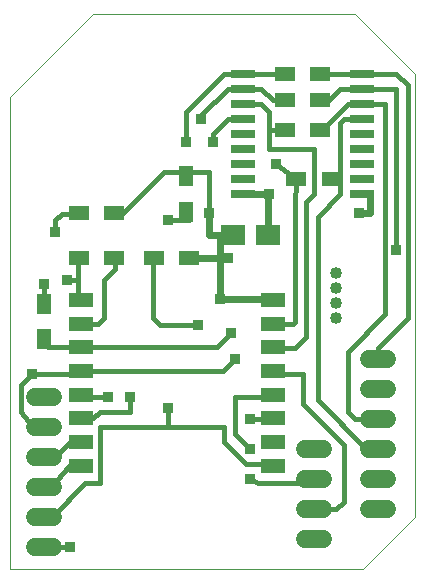
<source format=gtl>
G75*
%MOIN*%
%OFA0B0*%
%FSLAX25Y25*%
%IPPOS*%
%LPD*%
%AMOC8*
5,1,8,0,0,1.08239X$1,22.5*
%
%ADD10C,0.00000*%
%ADD11C,0.06000*%
%ADD12R,0.08000X0.02600*%
%ADD13R,0.07087X0.04724*%
%ADD14R,0.04724X0.07087*%
%ADD15R,0.07874X0.04724*%
%ADD16R,0.08465X0.07087*%
%ADD17C,0.04000*%
%ADD18C,0.02400*%
%ADD19C,0.01600*%
%ADD20R,0.03562X0.03562*%
D10*
X0002817Y0003271D02*
X0002817Y0160771D01*
X0030317Y0188271D01*
X0117817Y0188271D01*
X0137817Y0168271D01*
X0137817Y0020771D01*
X0120317Y0003271D01*
X0002817Y0003271D01*
D11*
X0011167Y0010771D02*
X0017167Y0010771D01*
X0017167Y0020771D02*
X0011167Y0020771D01*
X0011167Y0030771D02*
X0017167Y0030771D01*
X0017167Y0040771D02*
X0011167Y0040771D01*
X0011167Y0050771D02*
X0017167Y0050771D01*
X0017167Y0060771D02*
X0011167Y0060771D01*
X0101067Y0043271D02*
X0107067Y0043271D01*
X0107067Y0033271D02*
X0101067Y0033271D01*
X0101067Y0023271D02*
X0107067Y0023271D01*
X0107067Y0013271D02*
X0101067Y0013271D01*
X0122317Y0023271D02*
X0128317Y0023271D01*
X0128317Y0033271D02*
X0122317Y0033271D01*
X0122317Y0043271D02*
X0128317Y0043271D01*
X0128317Y0053271D02*
X0122317Y0053271D01*
X0122317Y0063271D02*
X0128317Y0063271D01*
X0128317Y0073271D02*
X0122317Y0073271D01*
D12*
X0120117Y0128271D03*
X0120117Y0133271D03*
X0120117Y0138271D03*
X0120117Y0143271D03*
X0120117Y0148271D03*
X0120117Y0153271D03*
X0120117Y0158271D03*
X0120117Y0163271D03*
X0120117Y0168271D03*
X0080517Y0168271D03*
X0080517Y0163271D03*
X0080517Y0158271D03*
X0080517Y0153271D03*
X0080517Y0148271D03*
X0080517Y0143271D03*
X0080517Y0138271D03*
X0080517Y0133271D03*
X0080517Y0128271D03*
D13*
X0094415Y0149521D03*
X0094415Y0159521D03*
X0094415Y0168271D03*
X0106218Y0168271D03*
X0106218Y0159521D03*
X0106218Y0149521D03*
X0109968Y0133271D03*
X0098165Y0133271D03*
X0062468Y0107021D03*
X0050665Y0107021D03*
X0037468Y0107021D03*
X0025665Y0107021D03*
X0025665Y0122021D03*
X0037468Y0122021D03*
D14*
X0061567Y0122369D03*
X0061567Y0134172D03*
X0014067Y0091672D03*
X0014067Y0079869D03*
D15*
X0026537Y0077149D03*
X0026537Y0069275D03*
X0026537Y0061401D03*
X0026537Y0053526D03*
X0026537Y0045652D03*
X0026537Y0037778D03*
X0026537Y0085023D03*
X0026537Y0092897D03*
X0090317Y0092897D03*
X0090317Y0085023D03*
X0090317Y0077149D03*
X0090317Y0069275D03*
X0090317Y0061401D03*
X0090317Y0053526D03*
X0090317Y0045652D03*
X0090317Y0037778D03*
D16*
X0088664Y0114481D03*
X0077050Y0114481D03*
D17*
X0111567Y0102021D03*
X0111567Y0097021D03*
X0111567Y0092021D03*
X0111567Y0087021D03*
D18*
X0090317Y0093271D02*
X0072817Y0093271D01*
X0072817Y0107021D01*
X0072817Y0114521D01*
X0069067Y0114521D01*
X0069067Y0122021D01*
X0080517Y0128271D02*
X0089067Y0128271D01*
X0088664Y0127423D01*
X0088664Y0114481D01*
X0072817Y0107021D02*
X0062468Y0107021D01*
X0119067Y0122021D02*
X0122817Y0122021D01*
X0122817Y0128271D01*
D19*
X0120117Y0128271D01*
X0112817Y0128271D02*
X0105317Y0120791D01*
X0105337Y0120771D01*
X0105337Y0118291D01*
X0105317Y0060771D01*
X0105337Y0059521D01*
X0121567Y0043271D01*
X0125317Y0043271D01*
X0125317Y0053271D02*
X0117817Y0053271D01*
X0115317Y0055771D01*
X0115317Y0075771D01*
X0127817Y0088271D01*
X0127817Y0158271D01*
X0120117Y0158271D01*
X0115317Y0158271D01*
X0107817Y0150771D01*
X0106218Y0149521D01*
X0104067Y0143271D02*
X0104067Y0128271D01*
X0101567Y0125771D01*
X0101567Y0080771D01*
X0097817Y0077021D01*
X0090445Y0077021D01*
X0090317Y0077149D01*
X0090317Y0069275D02*
X0087817Y0068271D01*
X0090317Y0069275D02*
X0092817Y0068271D01*
X0100317Y0068271D01*
X0100317Y0058271D01*
X0114067Y0044521D01*
X0114067Y0025771D01*
X0111567Y0023271D01*
X0104067Y0023271D01*
X0100317Y0032021D02*
X0085317Y0032021D01*
X0082817Y0033271D01*
X0081567Y0038271D02*
X0089825Y0038271D01*
X0090317Y0037778D01*
X0082817Y0043271D02*
X0077817Y0048271D01*
X0077817Y0060771D01*
X0090317Y0060771D01*
X0090317Y0061401D01*
X0090317Y0053526D02*
X0090061Y0053271D01*
X0082817Y0053271D01*
X0074067Y0050771D02*
X0074067Y0045771D01*
X0081567Y0038271D01*
X0074067Y0050771D02*
X0055317Y0050771D01*
X0055317Y0057021D01*
X0055317Y0050771D02*
X0032817Y0050771D01*
X0032817Y0032021D01*
X0027877Y0032021D01*
X0016627Y0020771D01*
X0014167Y0020771D01*
X0014167Y0030771D02*
X0016587Y0030771D01*
X0022325Y0037778D01*
X0026537Y0037778D01*
X0026537Y0045652D02*
X0026419Y0045771D01*
X0022817Y0045771D01*
X0017817Y0040771D01*
X0014167Y0040771D01*
X0014167Y0050771D02*
X0010317Y0050771D01*
X0006407Y0055771D01*
X0006407Y0064541D01*
X0010157Y0068271D01*
X0025533Y0068271D01*
X0026537Y0069275D01*
X0073821Y0069275D01*
X0077817Y0073271D01*
X0071695Y0077149D02*
X0076567Y0082021D01*
X0071695Y0077149D02*
X0026537Y0077149D01*
X0015537Y0077149D01*
X0014067Y0079869D01*
X0014067Y0091672D02*
X0014067Y0098371D01*
X0014107Y0098331D01*
X0021915Y0099521D02*
X0025317Y0099521D01*
X0025317Y0107021D01*
X0025665Y0107021D01*
X0025317Y0099521D02*
X0025317Y0093769D01*
X0025665Y0093769D01*
X0026537Y0092897D01*
X0026163Y0093271D01*
X0026537Y0085023D02*
X0032069Y0085023D01*
X0034067Y0087021D01*
X0034067Y0099521D01*
X0037817Y0103271D01*
X0037817Y0106672D01*
X0037468Y0107021D01*
X0050337Y0107021D02*
X0050337Y0103251D01*
X0050317Y0087021D01*
X0052817Y0084521D01*
X0065317Y0084521D01*
X0072817Y0107021D02*
X0075317Y0107021D01*
X0077050Y0114481D02*
X0072857Y0114481D01*
X0072817Y0114521D01*
X0069067Y0122021D02*
X0069067Y0135771D01*
X0063165Y0135771D01*
X0061567Y0134172D01*
X0062817Y0135771D01*
X0054067Y0135771D01*
X0040317Y0122021D01*
X0037468Y0122021D01*
X0025665Y0122021D02*
X0022817Y0121672D01*
X0019968Y0121672D01*
X0017817Y0119521D01*
X0017817Y0115771D01*
X0050337Y0107021D02*
X0050665Y0107021D01*
X0055317Y0119521D02*
X0062468Y0119521D01*
X0061567Y0122369D01*
X0061567Y0145771D02*
X0061567Y0155771D01*
X0074067Y0168271D01*
X0080517Y0168271D01*
X0094415Y0168271D01*
X0094415Y0159521D02*
X0090317Y0159521D01*
X0086567Y0163271D01*
X0080517Y0163271D01*
X0075317Y0163271D01*
X0066567Y0154521D01*
X0066567Y0153271D01*
X0070317Y0148271D02*
X0070317Y0145771D01*
X0070317Y0148271D02*
X0075317Y0153271D01*
X0080517Y0153271D01*
X0080517Y0158271D02*
X0086567Y0158271D01*
X0089067Y0155771D01*
X0089067Y0149521D01*
X0094415Y0149521D01*
X0089067Y0149521D02*
X0089067Y0143271D01*
X0104067Y0143271D01*
X0109067Y0133271D02*
X0109968Y0133271D01*
X0112817Y0133271D01*
X0112817Y0128271D01*
X0112817Y0133271D02*
X0112817Y0152021D01*
X0114067Y0153271D01*
X0120117Y0153271D01*
X0120117Y0163271D02*
X0112817Y0163271D01*
X0109067Y0159521D01*
X0106218Y0159521D01*
X0106218Y0168271D02*
X0120117Y0168271D01*
X0131567Y0168271D01*
X0135317Y0164521D01*
X0135317Y0087021D01*
X0125317Y0077021D01*
X0125317Y0073271D01*
X0131567Y0109521D02*
X0131567Y0163271D01*
X0120117Y0163271D01*
X0098165Y0133271D02*
X0098165Y0129172D01*
X0097817Y0128271D01*
X0097817Y0085771D01*
X0097069Y0085023D01*
X0090317Y0085023D01*
X0098165Y0133271D02*
X0091567Y0138271D01*
X0042817Y0060771D02*
X0042837Y0055751D01*
X0039087Y0055791D01*
X0032837Y0055791D01*
X0030573Y0053526D01*
X0026537Y0053526D01*
X0027167Y0060771D02*
X0026537Y0061401D01*
X0027167Y0060771D02*
X0035317Y0060771D01*
X0022897Y0010771D02*
X0014167Y0010771D01*
X0100317Y0032021D02*
X0104067Y0033271D01*
D20*
X0082817Y0033271D03*
X0082817Y0043271D03*
X0082817Y0053271D03*
X0077817Y0073271D03*
X0076567Y0082021D03*
X0072817Y0093271D03*
X0065317Y0084521D03*
X0075317Y0107021D03*
X0069067Y0122021D03*
X0055317Y0119521D03*
X0061567Y0145771D03*
X0066567Y0153271D03*
X0070317Y0145771D03*
X0089067Y0128271D03*
X0091567Y0138271D03*
X0119067Y0122021D03*
X0131567Y0109521D03*
X0055317Y0057021D03*
X0042817Y0060771D03*
X0035317Y0060771D03*
X0010157Y0068271D03*
X0014107Y0098331D03*
X0021915Y0099521D03*
X0017817Y0115771D03*
X0022897Y0010771D03*
M02*

</source>
